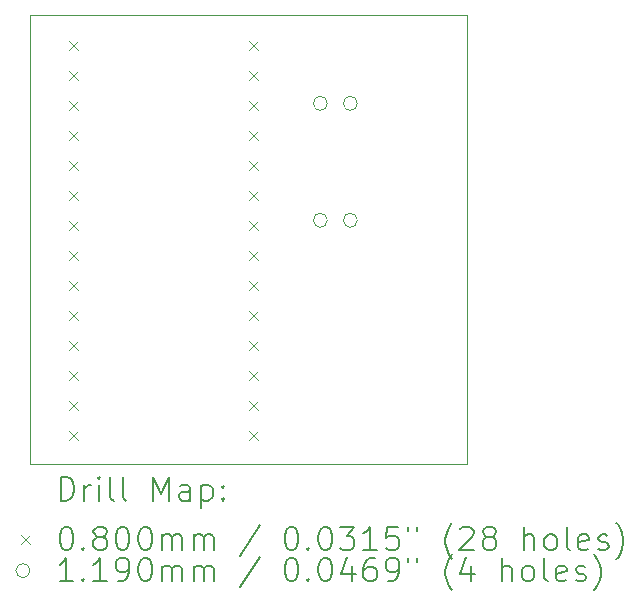
<source format=gbr>
%TF.GenerationSoftware,KiCad,Pcbnew,9.0.2*%
%TF.CreationDate,2025-06-20T10:54:41-07:00*%
%TF.ProjectId,fsrPrototype1,66737250-726f-4746-9f74-797065312e6b,rev?*%
%TF.SameCoordinates,Original*%
%TF.FileFunction,Drillmap*%
%TF.FilePolarity,Positive*%
%FSLAX45Y45*%
G04 Gerber Fmt 4.5, Leading zero omitted, Abs format (unit mm)*
G04 Created by KiCad (PCBNEW 9.0.2) date 2025-06-20 10:54:41*
%MOMM*%
%LPD*%
G01*
G04 APERTURE LIST*
%ADD10C,0.038100*%
%ADD11C,0.200000*%
%ADD12C,0.100000*%
%ADD13C,0.119000*%
G04 APERTURE END LIST*
D10*
X7800000Y-9300000D02*
X7800000Y-5500000D01*
X4100000Y-5500000D02*
X4100000Y-9300000D01*
X7800000Y-5500000D02*
X4100000Y-5500000D01*
X4100000Y-9300000D02*
X7800000Y-9300000D01*
D11*
D12*
X4426000Y-5718000D02*
X4506000Y-5798000D01*
X4506000Y-5718000D02*
X4426000Y-5798000D01*
X4426000Y-5972000D02*
X4506000Y-6052000D01*
X4506000Y-5972000D02*
X4426000Y-6052000D01*
X4426000Y-6226000D02*
X4506000Y-6306000D01*
X4506000Y-6226000D02*
X4426000Y-6306000D01*
X4426000Y-6480000D02*
X4506000Y-6560000D01*
X4506000Y-6480000D02*
X4426000Y-6560000D01*
X4426000Y-6734000D02*
X4506000Y-6814000D01*
X4506000Y-6734000D02*
X4426000Y-6814000D01*
X4426000Y-6988000D02*
X4506000Y-7068000D01*
X4506000Y-6988000D02*
X4426000Y-7068000D01*
X4426000Y-7242000D02*
X4506000Y-7322000D01*
X4506000Y-7242000D02*
X4426000Y-7322000D01*
X4426000Y-7496000D02*
X4506000Y-7576000D01*
X4506000Y-7496000D02*
X4426000Y-7576000D01*
X4426000Y-7750000D02*
X4506000Y-7830000D01*
X4506000Y-7750000D02*
X4426000Y-7830000D01*
X4426000Y-8004000D02*
X4506000Y-8084000D01*
X4506000Y-8004000D02*
X4426000Y-8084000D01*
X4426000Y-8258000D02*
X4506000Y-8338000D01*
X4506000Y-8258000D02*
X4426000Y-8338000D01*
X4426000Y-8512000D02*
X4506000Y-8592000D01*
X4506000Y-8512000D02*
X4426000Y-8592000D01*
X4426000Y-8766000D02*
X4506000Y-8846000D01*
X4506000Y-8766000D02*
X4426000Y-8846000D01*
X4426000Y-9020000D02*
X4506000Y-9100000D01*
X4506000Y-9020000D02*
X4426000Y-9100000D01*
X5950000Y-5718000D02*
X6030000Y-5798000D01*
X6030000Y-5718000D02*
X5950000Y-5798000D01*
X5950000Y-5972000D02*
X6030000Y-6052000D01*
X6030000Y-5972000D02*
X5950000Y-6052000D01*
X5950000Y-6226000D02*
X6030000Y-6306000D01*
X6030000Y-6226000D02*
X5950000Y-6306000D01*
X5950000Y-6480000D02*
X6030000Y-6560000D01*
X6030000Y-6480000D02*
X5950000Y-6560000D01*
X5950000Y-6734000D02*
X6030000Y-6814000D01*
X6030000Y-6734000D02*
X5950000Y-6814000D01*
X5950000Y-6988000D02*
X6030000Y-7068000D01*
X6030000Y-6988000D02*
X5950000Y-7068000D01*
X5950000Y-7242000D02*
X6030000Y-7322000D01*
X6030000Y-7242000D02*
X5950000Y-7322000D01*
X5950000Y-7496000D02*
X6030000Y-7576000D01*
X6030000Y-7496000D02*
X5950000Y-7576000D01*
X5950000Y-7750000D02*
X6030000Y-7830000D01*
X6030000Y-7750000D02*
X5950000Y-7830000D01*
X5950000Y-8004000D02*
X6030000Y-8084000D01*
X6030000Y-8004000D02*
X5950000Y-8084000D01*
X5950000Y-8258000D02*
X6030000Y-8338000D01*
X6030000Y-8258000D02*
X5950000Y-8338000D01*
X5950000Y-8512000D02*
X6030000Y-8592000D01*
X6030000Y-8512000D02*
X5950000Y-8592000D01*
X5950000Y-8766000D02*
X6030000Y-8846000D01*
X6030000Y-8766000D02*
X5950000Y-8846000D01*
X5950000Y-9020000D02*
X6030000Y-9100000D01*
X6030000Y-9020000D02*
X5950000Y-9100000D01*
D13*
X6615500Y-6250000D02*
G75*
G02*
X6496500Y-6250000I-59500J0D01*
G01*
X6496500Y-6250000D02*
G75*
G02*
X6615500Y-6250000I59500J0D01*
G01*
X6615500Y-7240000D02*
G75*
G02*
X6496500Y-7240000I-59500J0D01*
G01*
X6496500Y-7240000D02*
G75*
G02*
X6615500Y-7240000I59500J0D01*
G01*
X6869500Y-6250000D02*
G75*
G02*
X6750500Y-6250000I-59500J0D01*
G01*
X6750500Y-6250000D02*
G75*
G02*
X6869500Y-6250000I59500J0D01*
G01*
X6869500Y-7240000D02*
G75*
G02*
X6750500Y-7240000I-59500J0D01*
G01*
X6750500Y-7240000D02*
G75*
G02*
X6869500Y-7240000I59500J0D01*
G01*
D11*
X4358872Y-9613389D02*
X4358872Y-9413389D01*
X4358872Y-9413389D02*
X4406491Y-9413389D01*
X4406491Y-9413389D02*
X4435062Y-9422913D01*
X4435062Y-9422913D02*
X4454110Y-9441960D01*
X4454110Y-9441960D02*
X4463634Y-9461008D01*
X4463634Y-9461008D02*
X4473158Y-9499103D01*
X4473158Y-9499103D02*
X4473158Y-9527675D01*
X4473158Y-9527675D02*
X4463634Y-9565770D01*
X4463634Y-9565770D02*
X4454110Y-9584817D01*
X4454110Y-9584817D02*
X4435062Y-9603865D01*
X4435062Y-9603865D02*
X4406491Y-9613389D01*
X4406491Y-9613389D02*
X4358872Y-9613389D01*
X4558872Y-9613389D02*
X4558872Y-9480055D01*
X4558872Y-9518151D02*
X4568396Y-9499103D01*
X4568396Y-9499103D02*
X4577919Y-9489579D01*
X4577919Y-9489579D02*
X4596967Y-9480055D01*
X4596967Y-9480055D02*
X4616015Y-9480055D01*
X4682681Y-9613389D02*
X4682681Y-9480055D01*
X4682681Y-9413389D02*
X4673158Y-9422913D01*
X4673158Y-9422913D02*
X4682681Y-9432436D01*
X4682681Y-9432436D02*
X4692205Y-9422913D01*
X4692205Y-9422913D02*
X4682681Y-9413389D01*
X4682681Y-9413389D02*
X4682681Y-9432436D01*
X4806491Y-9613389D02*
X4787443Y-9603865D01*
X4787443Y-9603865D02*
X4777919Y-9584817D01*
X4777919Y-9584817D02*
X4777919Y-9413389D01*
X4911253Y-9613389D02*
X4892205Y-9603865D01*
X4892205Y-9603865D02*
X4882681Y-9584817D01*
X4882681Y-9584817D02*
X4882681Y-9413389D01*
X5139824Y-9613389D02*
X5139824Y-9413389D01*
X5139824Y-9413389D02*
X5206491Y-9556246D01*
X5206491Y-9556246D02*
X5273158Y-9413389D01*
X5273158Y-9413389D02*
X5273158Y-9613389D01*
X5454110Y-9613389D02*
X5454110Y-9508627D01*
X5454110Y-9508627D02*
X5444586Y-9489579D01*
X5444586Y-9489579D02*
X5425539Y-9480055D01*
X5425539Y-9480055D02*
X5387443Y-9480055D01*
X5387443Y-9480055D02*
X5368396Y-9489579D01*
X5454110Y-9603865D02*
X5435062Y-9613389D01*
X5435062Y-9613389D02*
X5387443Y-9613389D01*
X5387443Y-9613389D02*
X5368396Y-9603865D01*
X5368396Y-9603865D02*
X5358872Y-9584817D01*
X5358872Y-9584817D02*
X5358872Y-9565770D01*
X5358872Y-9565770D02*
X5368396Y-9546722D01*
X5368396Y-9546722D02*
X5387443Y-9537198D01*
X5387443Y-9537198D02*
X5435062Y-9537198D01*
X5435062Y-9537198D02*
X5454110Y-9527675D01*
X5549348Y-9480055D02*
X5549348Y-9680055D01*
X5549348Y-9489579D02*
X5568396Y-9480055D01*
X5568396Y-9480055D02*
X5606491Y-9480055D01*
X5606491Y-9480055D02*
X5625538Y-9489579D01*
X5625538Y-9489579D02*
X5635062Y-9499103D01*
X5635062Y-9499103D02*
X5644586Y-9518151D01*
X5644586Y-9518151D02*
X5644586Y-9575294D01*
X5644586Y-9575294D02*
X5635062Y-9594341D01*
X5635062Y-9594341D02*
X5625538Y-9603865D01*
X5625538Y-9603865D02*
X5606491Y-9613389D01*
X5606491Y-9613389D02*
X5568396Y-9613389D01*
X5568396Y-9613389D02*
X5549348Y-9603865D01*
X5730300Y-9594341D02*
X5739824Y-9603865D01*
X5739824Y-9603865D02*
X5730300Y-9613389D01*
X5730300Y-9613389D02*
X5720777Y-9603865D01*
X5720777Y-9603865D02*
X5730300Y-9594341D01*
X5730300Y-9594341D02*
X5730300Y-9613389D01*
X5730300Y-9489579D02*
X5739824Y-9499103D01*
X5739824Y-9499103D02*
X5730300Y-9508627D01*
X5730300Y-9508627D02*
X5720777Y-9499103D01*
X5720777Y-9499103D02*
X5730300Y-9489579D01*
X5730300Y-9489579D02*
X5730300Y-9508627D01*
D12*
X4018095Y-9901905D02*
X4098095Y-9981905D01*
X4098095Y-9901905D02*
X4018095Y-9981905D01*
D11*
X4396967Y-9833389D02*
X4416015Y-9833389D01*
X4416015Y-9833389D02*
X4435062Y-9842913D01*
X4435062Y-9842913D02*
X4444586Y-9852436D01*
X4444586Y-9852436D02*
X4454110Y-9871484D01*
X4454110Y-9871484D02*
X4463634Y-9909579D01*
X4463634Y-9909579D02*
X4463634Y-9957198D01*
X4463634Y-9957198D02*
X4454110Y-9995294D01*
X4454110Y-9995294D02*
X4444586Y-10014341D01*
X4444586Y-10014341D02*
X4435062Y-10023865D01*
X4435062Y-10023865D02*
X4416015Y-10033389D01*
X4416015Y-10033389D02*
X4396967Y-10033389D01*
X4396967Y-10033389D02*
X4377919Y-10023865D01*
X4377919Y-10023865D02*
X4368396Y-10014341D01*
X4368396Y-10014341D02*
X4358872Y-9995294D01*
X4358872Y-9995294D02*
X4349348Y-9957198D01*
X4349348Y-9957198D02*
X4349348Y-9909579D01*
X4349348Y-9909579D02*
X4358872Y-9871484D01*
X4358872Y-9871484D02*
X4368396Y-9852436D01*
X4368396Y-9852436D02*
X4377919Y-9842913D01*
X4377919Y-9842913D02*
X4396967Y-9833389D01*
X4549348Y-10014341D02*
X4558872Y-10023865D01*
X4558872Y-10023865D02*
X4549348Y-10033389D01*
X4549348Y-10033389D02*
X4539824Y-10023865D01*
X4539824Y-10023865D02*
X4549348Y-10014341D01*
X4549348Y-10014341D02*
X4549348Y-10033389D01*
X4673158Y-9919103D02*
X4654110Y-9909579D01*
X4654110Y-9909579D02*
X4644586Y-9900055D01*
X4644586Y-9900055D02*
X4635062Y-9881008D01*
X4635062Y-9881008D02*
X4635062Y-9871484D01*
X4635062Y-9871484D02*
X4644586Y-9852436D01*
X4644586Y-9852436D02*
X4654110Y-9842913D01*
X4654110Y-9842913D02*
X4673158Y-9833389D01*
X4673158Y-9833389D02*
X4711253Y-9833389D01*
X4711253Y-9833389D02*
X4730300Y-9842913D01*
X4730300Y-9842913D02*
X4739824Y-9852436D01*
X4739824Y-9852436D02*
X4749348Y-9871484D01*
X4749348Y-9871484D02*
X4749348Y-9881008D01*
X4749348Y-9881008D02*
X4739824Y-9900055D01*
X4739824Y-9900055D02*
X4730300Y-9909579D01*
X4730300Y-9909579D02*
X4711253Y-9919103D01*
X4711253Y-9919103D02*
X4673158Y-9919103D01*
X4673158Y-9919103D02*
X4654110Y-9928627D01*
X4654110Y-9928627D02*
X4644586Y-9938151D01*
X4644586Y-9938151D02*
X4635062Y-9957198D01*
X4635062Y-9957198D02*
X4635062Y-9995294D01*
X4635062Y-9995294D02*
X4644586Y-10014341D01*
X4644586Y-10014341D02*
X4654110Y-10023865D01*
X4654110Y-10023865D02*
X4673158Y-10033389D01*
X4673158Y-10033389D02*
X4711253Y-10033389D01*
X4711253Y-10033389D02*
X4730300Y-10023865D01*
X4730300Y-10023865D02*
X4739824Y-10014341D01*
X4739824Y-10014341D02*
X4749348Y-9995294D01*
X4749348Y-9995294D02*
X4749348Y-9957198D01*
X4749348Y-9957198D02*
X4739824Y-9938151D01*
X4739824Y-9938151D02*
X4730300Y-9928627D01*
X4730300Y-9928627D02*
X4711253Y-9919103D01*
X4873158Y-9833389D02*
X4892205Y-9833389D01*
X4892205Y-9833389D02*
X4911253Y-9842913D01*
X4911253Y-9842913D02*
X4920777Y-9852436D01*
X4920777Y-9852436D02*
X4930300Y-9871484D01*
X4930300Y-9871484D02*
X4939824Y-9909579D01*
X4939824Y-9909579D02*
X4939824Y-9957198D01*
X4939824Y-9957198D02*
X4930300Y-9995294D01*
X4930300Y-9995294D02*
X4920777Y-10014341D01*
X4920777Y-10014341D02*
X4911253Y-10023865D01*
X4911253Y-10023865D02*
X4892205Y-10033389D01*
X4892205Y-10033389D02*
X4873158Y-10033389D01*
X4873158Y-10033389D02*
X4854110Y-10023865D01*
X4854110Y-10023865D02*
X4844586Y-10014341D01*
X4844586Y-10014341D02*
X4835062Y-9995294D01*
X4835062Y-9995294D02*
X4825539Y-9957198D01*
X4825539Y-9957198D02*
X4825539Y-9909579D01*
X4825539Y-9909579D02*
X4835062Y-9871484D01*
X4835062Y-9871484D02*
X4844586Y-9852436D01*
X4844586Y-9852436D02*
X4854110Y-9842913D01*
X4854110Y-9842913D02*
X4873158Y-9833389D01*
X5063634Y-9833389D02*
X5082681Y-9833389D01*
X5082681Y-9833389D02*
X5101729Y-9842913D01*
X5101729Y-9842913D02*
X5111253Y-9852436D01*
X5111253Y-9852436D02*
X5120777Y-9871484D01*
X5120777Y-9871484D02*
X5130300Y-9909579D01*
X5130300Y-9909579D02*
X5130300Y-9957198D01*
X5130300Y-9957198D02*
X5120777Y-9995294D01*
X5120777Y-9995294D02*
X5111253Y-10014341D01*
X5111253Y-10014341D02*
X5101729Y-10023865D01*
X5101729Y-10023865D02*
X5082681Y-10033389D01*
X5082681Y-10033389D02*
X5063634Y-10033389D01*
X5063634Y-10033389D02*
X5044586Y-10023865D01*
X5044586Y-10023865D02*
X5035062Y-10014341D01*
X5035062Y-10014341D02*
X5025539Y-9995294D01*
X5025539Y-9995294D02*
X5016015Y-9957198D01*
X5016015Y-9957198D02*
X5016015Y-9909579D01*
X5016015Y-9909579D02*
X5025539Y-9871484D01*
X5025539Y-9871484D02*
X5035062Y-9852436D01*
X5035062Y-9852436D02*
X5044586Y-9842913D01*
X5044586Y-9842913D02*
X5063634Y-9833389D01*
X5216015Y-10033389D02*
X5216015Y-9900055D01*
X5216015Y-9919103D02*
X5225539Y-9909579D01*
X5225539Y-9909579D02*
X5244586Y-9900055D01*
X5244586Y-9900055D02*
X5273158Y-9900055D01*
X5273158Y-9900055D02*
X5292205Y-9909579D01*
X5292205Y-9909579D02*
X5301729Y-9928627D01*
X5301729Y-9928627D02*
X5301729Y-10033389D01*
X5301729Y-9928627D02*
X5311253Y-9909579D01*
X5311253Y-9909579D02*
X5330300Y-9900055D01*
X5330300Y-9900055D02*
X5358872Y-9900055D01*
X5358872Y-9900055D02*
X5377920Y-9909579D01*
X5377920Y-9909579D02*
X5387443Y-9928627D01*
X5387443Y-9928627D02*
X5387443Y-10033389D01*
X5482681Y-10033389D02*
X5482681Y-9900055D01*
X5482681Y-9919103D02*
X5492205Y-9909579D01*
X5492205Y-9909579D02*
X5511253Y-9900055D01*
X5511253Y-9900055D02*
X5539824Y-9900055D01*
X5539824Y-9900055D02*
X5558872Y-9909579D01*
X5558872Y-9909579D02*
X5568396Y-9928627D01*
X5568396Y-9928627D02*
X5568396Y-10033389D01*
X5568396Y-9928627D02*
X5577920Y-9909579D01*
X5577920Y-9909579D02*
X5596967Y-9900055D01*
X5596967Y-9900055D02*
X5625538Y-9900055D01*
X5625538Y-9900055D02*
X5644586Y-9909579D01*
X5644586Y-9909579D02*
X5654110Y-9928627D01*
X5654110Y-9928627D02*
X5654110Y-10033389D01*
X6044586Y-9823865D02*
X5873158Y-10081008D01*
X6301729Y-9833389D02*
X6320777Y-9833389D01*
X6320777Y-9833389D02*
X6339824Y-9842913D01*
X6339824Y-9842913D02*
X6349348Y-9852436D01*
X6349348Y-9852436D02*
X6358872Y-9871484D01*
X6358872Y-9871484D02*
X6368396Y-9909579D01*
X6368396Y-9909579D02*
X6368396Y-9957198D01*
X6368396Y-9957198D02*
X6358872Y-9995294D01*
X6358872Y-9995294D02*
X6349348Y-10014341D01*
X6349348Y-10014341D02*
X6339824Y-10023865D01*
X6339824Y-10023865D02*
X6320777Y-10033389D01*
X6320777Y-10033389D02*
X6301729Y-10033389D01*
X6301729Y-10033389D02*
X6282681Y-10023865D01*
X6282681Y-10023865D02*
X6273158Y-10014341D01*
X6273158Y-10014341D02*
X6263634Y-9995294D01*
X6263634Y-9995294D02*
X6254110Y-9957198D01*
X6254110Y-9957198D02*
X6254110Y-9909579D01*
X6254110Y-9909579D02*
X6263634Y-9871484D01*
X6263634Y-9871484D02*
X6273158Y-9852436D01*
X6273158Y-9852436D02*
X6282681Y-9842913D01*
X6282681Y-9842913D02*
X6301729Y-9833389D01*
X6454110Y-10014341D02*
X6463634Y-10023865D01*
X6463634Y-10023865D02*
X6454110Y-10033389D01*
X6454110Y-10033389D02*
X6444586Y-10023865D01*
X6444586Y-10023865D02*
X6454110Y-10014341D01*
X6454110Y-10014341D02*
X6454110Y-10033389D01*
X6587443Y-9833389D02*
X6606491Y-9833389D01*
X6606491Y-9833389D02*
X6625539Y-9842913D01*
X6625539Y-9842913D02*
X6635062Y-9852436D01*
X6635062Y-9852436D02*
X6644586Y-9871484D01*
X6644586Y-9871484D02*
X6654110Y-9909579D01*
X6654110Y-9909579D02*
X6654110Y-9957198D01*
X6654110Y-9957198D02*
X6644586Y-9995294D01*
X6644586Y-9995294D02*
X6635062Y-10014341D01*
X6635062Y-10014341D02*
X6625539Y-10023865D01*
X6625539Y-10023865D02*
X6606491Y-10033389D01*
X6606491Y-10033389D02*
X6587443Y-10033389D01*
X6587443Y-10033389D02*
X6568396Y-10023865D01*
X6568396Y-10023865D02*
X6558872Y-10014341D01*
X6558872Y-10014341D02*
X6549348Y-9995294D01*
X6549348Y-9995294D02*
X6539824Y-9957198D01*
X6539824Y-9957198D02*
X6539824Y-9909579D01*
X6539824Y-9909579D02*
X6549348Y-9871484D01*
X6549348Y-9871484D02*
X6558872Y-9852436D01*
X6558872Y-9852436D02*
X6568396Y-9842913D01*
X6568396Y-9842913D02*
X6587443Y-9833389D01*
X6720777Y-9833389D02*
X6844586Y-9833389D01*
X6844586Y-9833389D02*
X6777920Y-9909579D01*
X6777920Y-9909579D02*
X6806491Y-9909579D01*
X6806491Y-9909579D02*
X6825539Y-9919103D01*
X6825539Y-9919103D02*
X6835062Y-9928627D01*
X6835062Y-9928627D02*
X6844586Y-9947675D01*
X6844586Y-9947675D02*
X6844586Y-9995294D01*
X6844586Y-9995294D02*
X6835062Y-10014341D01*
X6835062Y-10014341D02*
X6825539Y-10023865D01*
X6825539Y-10023865D02*
X6806491Y-10033389D01*
X6806491Y-10033389D02*
X6749348Y-10033389D01*
X6749348Y-10033389D02*
X6730301Y-10023865D01*
X6730301Y-10023865D02*
X6720777Y-10014341D01*
X7035062Y-10033389D02*
X6920777Y-10033389D01*
X6977920Y-10033389D02*
X6977920Y-9833389D01*
X6977920Y-9833389D02*
X6958872Y-9861960D01*
X6958872Y-9861960D02*
X6939824Y-9881008D01*
X6939824Y-9881008D02*
X6920777Y-9890532D01*
X7216015Y-9833389D02*
X7120777Y-9833389D01*
X7120777Y-9833389D02*
X7111253Y-9928627D01*
X7111253Y-9928627D02*
X7120777Y-9919103D01*
X7120777Y-9919103D02*
X7139824Y-9909579D01*
X7139824Y-9909579D02*
X7187443Y-9909579D01*
X7187443Y-9909579D02*
X7206491Y-9919103D01*
X7206491Y-9919103D02*
X7216015Y-9928627D01*
X7216015Y-9928627D02*
X7225539Y-9947675D01*
X7225539Y-9947675D02*
X7225539Y-9995294D01*
X7225539Y-9995294D02*
X7216015Y-10014341D01*
X7216015Y-10014341D02*
X7206491Y-10023865D01*
X7206491Y-10023865D02*
X7187443Y-10033389D01*
X7187443Y-10033389D02*
X7139824Y-10033389D01*
X7139824Y-10033389D02*
X7120777Y-10023865D01*
X7120777Y-10023865D02*
X7111253Y-10014341D01*
X7301729Y-9833389D02*
X7301729Y-9871484D01*
X7377920Y-9833389D02*
X7377920Y-9871484D01*
X7673158Y-10109579D02*
X7663634Y-10100055D01*
X7663634Y-10100055D02*
X7644586Y-10071484D01*
X7644586Y-10071484D02*
X7635063Y-10052436D01*
X7635063Y-10052436D02*
X7625539Y-10023865D01*
X7625539Y-10023865D02*
X7616015Y-9976246D01*
X7616015Y-9976246D02*
X7616015Y-9938151D01*
X7616015Y-9938151D02*
X7625539Y-9890532D01*
X7625539Y-9890532D02*
X7635063Y-9861960D01*
X7635063Y-9861960D02*
X7644586Y-9842913D01*
X7644586Y-9842913D02*
X7663634Y-9814341D01*
X7663634Y-9814341D02*
X7673158Y-9804817D01*
X7739824Y-9852436D02*
X7749348Y-9842913D01*
X7749348Y-9842913D02*
X7768396Y-9833389D01*
X7768396Y-9833389D02*
X7816015Y-9833389D01*
X7816015Y-9833389D02*
X7835063Y-9842913D01*
X7835063Y-9842913D02*
X7844586Y-9852436D01*
X7844586Y-9852436D02*
X7854110Y-9871484D01*
X7854110Y-9871484D02*
X7854110Y-9890532D01*
X7854110Y-9890532D02*
X7844586Y-9919103D01*
X7844586Y-9919103D02*
X7730301Y-10033389D01*
X7730301Y-10033389D02*
X7854110Y-10033389D01*
X7968396Y-9919103D02*
X7949348Y-9909579D01*
X7949348Y-9909579D02*
X7939824Y-9900055D01*
X7939824Y-9900055D02*
X7930301Y-9881008D01*
X7930301Y-9881008D02*
X7930301Y-9871484D01*
X7930301Y-9871484D02*
X7939824Y-9852436D01*
X7939824Y-9852436D02*
X7949348Y-9842913D01*
X7949348Y-9842913D02*
X7968396Y-9833389D01*
X7968396Y-9833389D02*
X8006491Y-9833389D01*
X8006491Y-9833389D02*
X8025539Y-9842913D01*
X8025539Y-9842913D02*
X8035063Y-9852436D01*
X8035063Y-9852436D02*
X8044586Y-9871484D01*
X8044586Y-9871484D02*
X8044586Y-9881008D01*
X8044586Y-9881008D02*
X8035063Y-9900055D01*
X8035063Y-9900055D02*
X8025539Y-9909579D01*
X8025539Y-9909579D02*
X8006491Y-9919103D01*
X8006491Y-9919103D02*
X7968396Y-9919103D01*
X7968396Y-9919103D02*
X7949348Y-9928627D01*
X7949348Y-9928627D02*
X7939824Y-9938151D01*
X7939824Y-9938151D02*
X7930301Y-9957198D01*
X7930301Y-9957198D02*
X7930301Y-9995294D01*
X7930301Y-9995294D02*
X7939824Y-10014341D01*
X7939824Y-10014341D02*
X7949348Y-10023865D01*
X7949348Y-10023865D02*
X7968396Y-10033389D01*
X7968396Y-10033389D02*
X8006491Y-10033389D01*
X8006491Y-10033389D02*
X8025539Y-10023865D01*
X8025539Y-10023865D02*
X8035063Y-10014341D01*
X8035063Y-10014341D02*
X8044586Y-9995294D01*
X8044586Y-9995294D02*
X8044586Y-9957198D01*
X8044586Y-9957198D02*
X8035063Y-9938151D01*
X8035063Y-9938151D02*
X8025539Y-9928627D01*
X8025539Y-9928627D02*
X8006491Y-9919103D01*
X8282682Y-10033389D02*
X8282682Y-9833389D01*
X8368396Y-10033389D02*
X8368396Y-9928627D01*
X8368396Y-9928627D02*
X8358872Y-9909579D01*
X8358872Y-9909579D02*
X8339825Y-9900055D01*
X8339825Y-9900055D02*
X8311253Y-9900055D01*
X8311253Y-9900055D02*
X8292205Y-9909579D01*
X8292205Y-9909579D02*
X8282682Y-9919103D01*
X8492206Y-10033389D02*
X8473158Y-10023865D01*
X8473158Y-10023865D02*
X8463634Y-10014341D01*
X8463634Y-10014341D02*
X8454110Y-9995294D01*
X8454110Y-9995294D02*
X8454110Y-9938151D01*
X8454110Y-9938151D02*
X8463634Y-9919103D01*
X8463634Y-9919103D02*
X8473158Y-9909579D01*
X8473158Y-9909579D02*
X8492206Y-9900055D01*
X8492206Y-9900055D02*
X8520777Y-9900055D01*
X8520777Y-9900055D02*
X8539825Y-9909579D01*
X8539825Y-9909579D02*
X8549348Y-9919103D01*
X8549348Y-9919103D02*
X8558872Y-9938151D01*
X8558872Y-9938151D02*
X8558872Y-9995294D01*
X8558872Y-9995294D02*
X8549348Y-10014341D01*
X8549348Y-10014341D02*
X8539825Y-10023865D01*
X8539825Y-10023865D02*
X8520777Y-10033389D01*
X8520777Y-10033389D02*
X8492206Y-10033389D01*
X8673158Y-10033389D02*
X8654110Y-10023865D01*
X8654110Y-10023865D02*
X8644587Y-10004817D01*
X8644587Y-10004817D02*
X8644587Y-9833389D01*
X8825539Y-10023865D02*
X8806491Y-10033389D01*
X8806491Y-10033389D02*
X8768396Y-10033389D01*
X8768396Y-10033389D02*
X8749348Y-10023865D01*
X8749348Y-10023865D02*
X8739825Y-10004817D01*
X8739825Y-10004817D02*
X8739825Y-9928627D01*
X8739825Y-9928627D02*
X8749348Y-9909579D01*
X8749348Y-9909579D02*
X8768396Y-9900055D01*
X8768396Y-9900055D02*
X8806491Y-9900055D01*
X8806491Y-9900055D02*
X8825539Y-9909579D01*
X8825539Y-9909579D02*
X8835063Y-9928627D01*
X8835063Y-9928627D02*
X8835063Y-9947675D01*
X8835063Y-9947675D02*
X8739825Y-9966722D01*
X8911253Y-10023865D02*
X8930301Y-10033389D01*
X8930301Y-10033389D02*
X8968396Y-10033389D01*
X8968396Y-10033389D02*
X8987444Y-10023865D01*
X8987444Y-10023865D02*
X8996968Y-10004817D01*
X8996968Y-10004817D02*
X8996968Y-9995294D01*
X8996968Y-9995294D02*
X8987444Y-9976246D01*
X8987444Y-9976246D02*
X8968396Y-9966722D01*
X8968396Y-9966722D02*
X8939825Y-9966722D01*
X8939825Y-9966722D02*
X8920777Y-9957198D01*
X8920777Y-9957198D02*
X8911253Y-9938151D01*
X8911253Y-9938151D02*
X8911253Y-9928627D01*
X8911253Y-9928627D02*
X8920777Y-9909579D01*
X8920777Y-9909579D02*
X8939825Y-9900055D01*
X8939825Y-9900055D02*
X8968396Y-9900055D01*
X8968396Y-9900055D02*
X8987444Y-9909579D01*
X9063634Y-10109579D02*
X9073158Y-10100055D01*
X9073158Y-10100055D02*
X9092206Y-10071484D01*
X9092206Y-10071484D02*
X9101729Y-10052436D01*
X9101729Y-10052436D02*
X9111253Y-10023865D01*
X9111253Y-10023865D02*
X9120777Y-9976246D01*
X9120777Y-9976246D02*
X9120777Y-9938151D01*
X9120777Y-9938151D02*
X9111253Y-9890532D01*
X9111253Y-9890532D02*
X9101729Y-9861960D01*
X9101729Y-9861960D02*
X9092206Y-9842913D01*
X9092206Y-9842913D02*
X9073158Y-9814341D01*
X9073158Y-9814341D02*
X9063634Y-9804817D01*
D13*
X4098095Y-10205905D02*
G75*
G02*
X3979095Y-10205905I-59500J0D01*
G01*
X3979095Y-10205905D02*
G75*
G02*
X4098095Y-10205905I59500J0D01*
G01*
D11*
X4463634Y-10297389D02*
X4349348Y-10297389D01*
X4406491Y-10297389D02*
X4406491Y-10097389D01*
X4406491Y-10097389D02*
X4387443Y-10125960D01*
X4387443Y-10125960D02*
X4368396Y-10145008D01*
X4368396Y-10145008D02*
X4349348Y-10154532D01*
X4549348Y-10278341D02*
X4558872Y-10287865D01*
X4558872Y-10287865D02*
X4549348Y-10297389D01*
X4549348Y-10297389D02*
X4539824Y-10287865D01*
X4539824Y-10287865D02*
X4549348Y-10278341D01*
X4549348Y-10278341D02*
X4549348Y-10297389D01*
X4749348Y-10297389D02*
X4635062Y-10297389D01*
X4692205Y-10297389D02*
X4692205Y-10097389D01*
X4692205Y-10097389D02*
X4673158Y-10125960D01*
X4673158Y-10125960D02*
X4654110Y-10145008D01*
X4654110Y-10145008D02*
X4635062Y-10154532D01*
X4844586Y-10297389D02*
X4882681Y-10297389D01*
X4882681Y-10297389D02*
X4901729Y-10287865D01*
X4901729Y-10287865D02*
X4911253Y-10278341D01*
X4911253Y-10278341D02*
X4930300Y-10249770D01*
X4930300Y-10249770D02*
X4939824Y-10211675D01*
X4939824Y-10211675D02*
X4939824Y-10135484D01*
X4939824Y-10135484D02*
X4930300Y-10116436D01*
X4930300Y-10116436D02*
X4920777Y-10106913D01*
X4920777Y-10106913D02*
X4901729Y-10097389D01*
X4901729Y-10097389D02*
X4863634Y-10097389D01*
X4863634Y-10097389D02*
X4844586Y-10106913D01*
X4844586Y-10106913D02*
X4835062Y-10116436D01*
X4835062Y-10116436D02*
X4825539Y-10135484D01*
X4825539Y-10135484D02*
X4825539Y-10183103D01*
X4825539Y-10183103D02*
X4835062Y-10202151D01*
X4835062Y-10202151D02*
X4844586Y-10211675D01*
X4844586Y-10211675D02*
X4863634Y-10221198D01*
X4863634Y-10221198D02*
X4901729Y-10221198D01*
X4901729Y-10221198D02*
X4920777Y-10211675D01*
X4920777Y-10211675D02*
X4930300Y-10202151D01*
X4930300Y-10202151D02*
X4939824Y-10183103D01*
X5063634Y-10097389D02*
X5082681Y-10097389D01*
X5082681Y-10097389D02*
X5101729Y-10106913D01*
X5101729Y-10106913D02*
X5111253Y-10116436D01*
X5111253Y-10116436D02*
X5120777Y-10135484D01*
X5120777Y-10135484D02*
X5130300Y-10173579D01*
X5130300Y-10173579D02*
X5130300Y-10221198D01*
X5130300Y-10221198D02*
X5120777Y-10259294D01*
X5120777Y-10259294D02*
X5111253Y-10278341D01*
X5111253Y-10278341D02*
X5101729Y-10287865D01*
X5101729Y-10287865D02*
X5082681Y-10297389D01*
X5082681Y-10297389D02*
X5063634Y-10297389D01*
X5063634Y-10297389D02*
X5044586Y-10287865D01*
X5044586Y-10287865D02*
X5035062Y-10278341D01*
X5035062Y-10278341D02*
X5025539Y-10259294D01*
X5025539Y-10259294D02*
X5016015Y-10221198D01*
X5016015Y-10221198D02*
X5016015Y-10173579D01*
X5016015Y-10173579D02*
X5025539Y-10135484D01*
X5025539Y-10135484D02*
X5035062Y-10116436D01*
X5035062Y-10116436D02*
X5044586Y-10106913D01*
X5044586Y-10106913D02*
X5063634Y-10097389D01*
X5216015Y-10297389D02*
X5216015Y-10164055D01*
X5216015Y-10183103D02*
X5225539Y-10173579D01*
X5225539Y-10173579D02*
X5244586Y-10164055D01*
X5244586Y-10164055D02*
X5273158Y-10164055D01*
X5273158Y-10164055D02*
X5292205Y-10173579D01*
X5292205Y-10173579D02*
X5301729Y-10192627D01*
X5301729Y-10192627D02*
X5301729Y-10297389D01*
X5301729Y-10192627D02*
X5311253Y-10173579D01*
X5311253Y-10173579D02*
X5330300Y-10164055D01*
X5330300Y-10164055D02*
X5358872Y-10164055D01*
X5358872Y-10164055D02*
X5377920Y-10173579D01*
X5377920Y-10173579D02*
X5387443Y-10192627D01*
X5387443Y-10192627D02*
X5387443Y-10297389D01*
X5482681Y-10297389D02*
X5482681Y-10164055D01*
X5482681Y-10183103D02*
X5492205Y-10173579D01*
X5492205Y-10173579D02*
X5511253Y-10164055D01*
X5511253Y-10164055D02*
X5539824Y-10164055D01*
X5539824Y-10164055D02*
X5558872Y-10173579D01*
X5558872Y-10173579D02*
X5568396Y-10192627D01*
X5568396Y-10192627D02*
X5568396Y-10297389D01*
X5568396Y-10192627D02*
X5577920Y-10173579D01*
X5577920Y-10173579D02*
X5596967Y-10164055D01*
X5596967Y-10164055D02*
X5625538Y-10164055D01*
X5625538Y-10164055D02*
X5644586Y-10173579D01*
X5644586Y-10173579D02*
X5654110Y-10192627D01*
X5654110Y-10192627D02*
X5654110Y-10297389D01*
X6044586Y-10087865D02*
X5873158Y-10345008D01*
X6301729Y-10097389D02*
X6320777Y-10097389D01*
X6320777Y-10097389D02*
X6339824Y-10106913D01*
X6339824Y-10106913D02*
X6349348Y-10116436D01*
X6349348Y-10116436D02*
X6358872Y-10135484D01*
X6358872Y-10135484D02*
X6368396Y-10173579D01*
X6368396Y-10173579D02*
X6368396Y-10221198D01*
X6368396Y-10221198D02*
X6358872Y-10259294D01*
X6358872Y-10259294D02*
X6349348Y-10278341D01*
X6349348Y-10278341D02*
X6339824Y-10287865D01*
X6339824Y-10287865D02*
X6320777Y-10297389D01*
X6320777Y-10297389D02*
X6301729Y-10297389D01*
X6301729Y-10297389D02*
X6282681Y-10287865D01*
X6282681Y-10287865D02*
X6273158Y-10278341D01*
X6273158Y-10278341D02*
X6263634Y-10259294D01*
X6263634Y-10259294D02*
X6254110Y-10221198D01*
X6254110Y-10221198D02*
X6254110Y-10173579D01*
X6254110Y-10173579D02*
X6263634Y-10135484D01*
X6263634Y-10135484D02*
X6273158Y-10116436D01*
X6273158Y-10116436D02*
X6282681Y-10106913D01*
X6282681Y-10106913D02*
X6301729Y-10097389D01*
X6454110Y-10278341D02*
X6463634Y-10287865D01*
X6463634Y-10287865D02*
X6454110Y-10297389D01*
X6454110Y-10297389D02*
X6444586Y-10287865D01*
X6444586Y-10287865D02*
X6454110Y-10278341D01*
X6454110Y-10278341D02*
X6454110Y-10297389D01*
X6587443Y-10097389D02*
X6606491Y-10097389D01*
X6606491Y-10097389D02*
X6625539Y-10106913D01*
X6625539Y-10106913D02*
X6635062Y-10116436D01*
X6635062Y-10116436D02*
X6644586Y-10135484D01*
X6644586Y-10135484D02*
X6654110Y-10173579D01*
X6654110Y-10173579D02*
X6654110Y-10221198D01*
X6654110Y-10221198D02*
X6644586Y-10259294D01*
X6644586Y-10259294D02*
X6635062Y-10278341D01*
X6635062Y-10278341D02*
X6625539Y-10287865D01*
X6625539Y-10287865D02*
X6606491Y-10297389D01*
X6606491Y-10297389D02*
X6587443Y-10297389D01*
X6587443Y-10297389D02*
X6568396Y-10287865D01*
X6568396Y-10287865D02*
X6558872Y-10278341D01*
X6558872Y-10278341D02*
X6549348Y-10259294D01*
X6549348Y-10259294D02*
X6539824Y-10221198D01*
X6539824Y-10221198D02*
X6539824Y-10173579D01*
X6539824Y-10173579D02*
X6549348Y-10135484D01*
X6549348Y-10135484D02*
X6558872Y-10116436D01*
X6558872Y-10116436D02*
X6568396Y-10106913D01*
X6568396Y-10106913D02*
X6587443Y-10097389D01*
X6825539Y-10164055D02*
X6825539Y-10297389D01*
X6777920Y-10087865D02*
X6730301Y-10230722D01*
X6730301Y-10230722D02*
X6854110Y-10230722D01*
X7016015Y-10097389D02*
X6977920Y-10097389D01*
X6977920Y-10097389D02*
X6958872Y-10106913D01*
X6958872Y-10106913D02*
X6949348Y-10116436D01*
X6949348Y-10116436D02*
X6930301Y-10145008D01*
X6930301Y-10145008D02*
X6920777Y-10183103D01*
X6920777Y-10183103D02*
X6920777Y-10259294D01*
X6920777Y-10259294D02*
X6930301Y-10278341D01*
X6930301Y-10278341D02*
X6939824Y-10287865D01*
X6939824Y-10287865D02*
X6958872Y-10297389D01*
X6958872Y-10297389D02*
X6996967Y-10297389D01*
X6996967Y-10297389D02*
X7016015Y-10287865D01*
X7016015Y-10287865D02*
X7025539Y-10278341D01*
X7025539Y-10278341D02*
X7035062Y-10259294D01*
X7035062Y-10259294D02*
X7035062Y-10211675D01*
X7035062Y-10211675D02*
X7025539Y-10192627D01*
X7025539Y-10192627D02*
X7016015Y-10183103D01*
X7016015Y-10183103D02*
X6996967Y-10173579D01*
X6996967Y-10173579D02*
X6958872Y-10173579D01*
X6958872Y-10173579D02*
X6939824Y-10183103D01*
X6939824Y-10183103D02*
X6930301Y-10192627D01*
X6930301Y-10192627D02*
X6920777Y-10211675D01*
X7130301Y-10297389D02*
X7168396Y-10297389D01*
X7168396Y-10297389D02*
X7187443Y-10287865D01*
X7187443Y-10287865D02*
X7196967Y-10278341D01*
X7196967Y-10278341D02*
X7216015Y-10249770D01*
X7216015Y-10249770D02*
X7225539Y-10211675D01*
X7225539Y-10211675D02*
X7225539Y-10135484D01*
X7225539Y-10135484D02*
X7216015Y-10116436D01*
X7216015Y-10116436D02*
X7206491Y-10106913D01*
X7206491Y-10106913D02*
X7187443Y-10097389D01*
X7187443Y-10097389D02*
X7149348Y-10097389D01*
X7149348Y-10097389D02*
X7130301Y-10106913D01*
X7130301Y-10106913D02*
X7120777Y-10116436D01*
X7120777Y-10116436D02*
X7111253Y-10135484D01*
X7111253Y-10135484D02*
X7111253Y-10183103D01*
X7111253Y-10183103D02*
X7120777Y-10202151D01*
X7120777Y-10202151D02*
X7130301Y-10211675D01*
X7130301Y-10211675D02*
X7149348Y-10221198D01*
X7149348Y-10221198D02*
X7187443Y-10221198D01*
X7187443Y-10221198D02*
X7206491Y-10211675D01*
X7206491Y-10211675D02*
X7216015Y-10202151D01*
X7216015Y-10202151D02*
X7225539Y-10183103D01*
X7301729Y-10097389D02*
X7301729Y-10135484D01*
X7377920Y-10097389D02*
X7377920Y-10135484D01*
X7673158Y-10373579D02*
X7663634Y-10364055D01*
X7663634Y-10364055D02*
X7644586Y-10335484D01*
X7644586Y-10335484D02*
X7635063Y-10316436D01*
X7635063Y-10316436D02*
X7625539Y-10287865D01*
X7625539Y-10287865D02*
X7616015Y-10240246D01*
X7616015Y-10240246D02*
X7616015Y-10202151D01*
X7616015Y-10202151D02*
X7625539Y-10154532D01*
X7625539Y-10154532D02*
X7635063Y-10125960D01*
X7635063Y-10125960D02*
X7644586Y-10106913D01*
X7644586Y-10106913D02*
X7663634Y-10078341D01*
X7663634Y-10078341D02*
X7673158Y-10068817D01*
X7835063Y-10164055D02*
X7835063Y-10297389D01*
X7787443Y-10087865D02*
X7739824Y-10230722D01*
X7739824Y-10230722D02*
X7863634Y-10230722D01*
X8092205Y-10297389D02*
X8092205Y-10097389D01*
X8177920Y-10297389D02*
X8177920Y-10192627D01*
X8177920Y-10192627D02*
X8168396Y-10173579D01*
X8168396Y-10173579D02*
X8149348Y-10164055D01*
X8149348Y-10164055D02*
X8120777Y-10164055D01*
X8120777Y-10164055D02*
X8101729Y-10173579D01*
X8101729Y-10173579D02*
X8092205Y-10183103D01*
X8301729Y-10297389D02*
X8282682Y-10287865D01*
X8282682Y-10287865D02*
X8273158Y-10278341D01*
X8273158Y-10278341D02*
X8263634Y-10259294D01*
X8263634Y-10259294D02*
X8263634Y-10202151D01*
X8263634Y-10202151D02*
X8273158Y-10183103D01*
X8273158Y-10183103D02*
X8282682Y-10173579D01*
X8282682Y-10173579D02*
X8301729Y-10164055D01*
X8301729Y-10164055D02*
X8330301Y-10164055D01*
X8330301Y-10164055D02*
X8349348Y-10173579D01*
X8349348Y-10173579D02*
X8358872Y-10183103D01*
X8358872Y-10183103D02*
X8368396Y-10202151D01*
X8368396Y-10202151D02*
X8368396Y-10259294D01*
X8368396Y-10259294D02*
X8358872Y-10278341D01*
X8358872Y-10278341D02*
X8349348Y-10287865D01*
X8349348Y-10287865D02*
X8330301Y-10297389D01*
X8330301Y-10297389D02*
X8301729Y-10297389D01*
X8482682Y-10297389D02*
X8463634Y-10287865D01*
X8463634Y-10287865D02*
X8454110Y-10268817D01*
X8454110Y-10268817D02*
X8454110Y-10097389D01*
X8635063Y-10287865D02*
X8616015Y-10297389D01*
X8616015Y-10297389D02*
X8577920Y-10297389D01*
X8577920Y-10297389D02*
X8558872Y-10287865D01*
X8558872Y-10287865D02*
X8549348Y-10268817D01*
X8549348Y-10268817D02*
X8549348Y-10192627D01*
X8549348Y-10192627D02*
X8558872Y-10173579D01*
X8558872Y-10173579D02*
X8577920Y-10164055D01*
X8577920Y-10164055D02*
X8616015Y-10164055D01*
X8616015Y-10164055D02*
X8635063Y-10173579D01*
X8635063Y-10173579D02*
X8644587Y-10192627D01*
X8644587Y-10192627D02*
X8644587Y-10211675D01*
X8644587Y-10211675D02*
X8549348Y-10230722D01*
X8720777Y-10287865D02*
X8739825Y-10297389D01*
X8739825Y-10297389D02*
X8777920Y-10297389D01*
X8777920Y-10297389D02*
X8796968Y-10287865D01*
X8796968Y-10287865D02*
X8806491Y-10268817D01*
X8806491Y-10268817D02*
X8806491Y-10259294D01*
X8806491Y-10259294D02*
X8796968Y-10240246D01*
X8796968Y-10240246D02*
X8777920Y-10230722D01*
X8777920Y-10230722D02*
X8749348Y-10230722D01*
X8749348Y-10230722D02*
X8730301Y-10221198D01*
X8730301Y-10221198D02*
X8720777Y-10202151D01*
X8720777Y-10202151D02*
X8720777Y-10192627D01*
X8720777Y-10192627D02*
X8730301Y-10173579D01*
X8730301Y-10173579D02*
X8749348Y-10164055D01*
X8749348Y-10164055D02*
X8777920Y-10164055D01*
X8777920Y-10164055D02*
X8796968Y-10173579D01*
X8873158Y-10373579D02*
X8882682Y-10364055D01*
X8882682Y-10364055D02*
X8901729Y-10335484D01*
X8901729Y-10335484D02*
X8911253Y-10316436D01*
X8911253Y-10316436D02*
X8920777Y-10287865D01*
X8920777Y-10287865D02*
X8930301Y-10240246D01*
X8930301Y-10240246D02*
X8930301Y-10202151D01*
X8930301Y-10202151D02*
X8920777Y-10154532D01*
X8920777Y-10154532D02*
X8911253Y-10125960D01*
X8911253Y-10125960D02*
X8901729Y-10106913D01*
X8901729Y-10106913D02*
X8882682Y-10078341D01*
X8882682Y-10078341D02*
X8873158Y-10068817D01*
M02*

</source>
